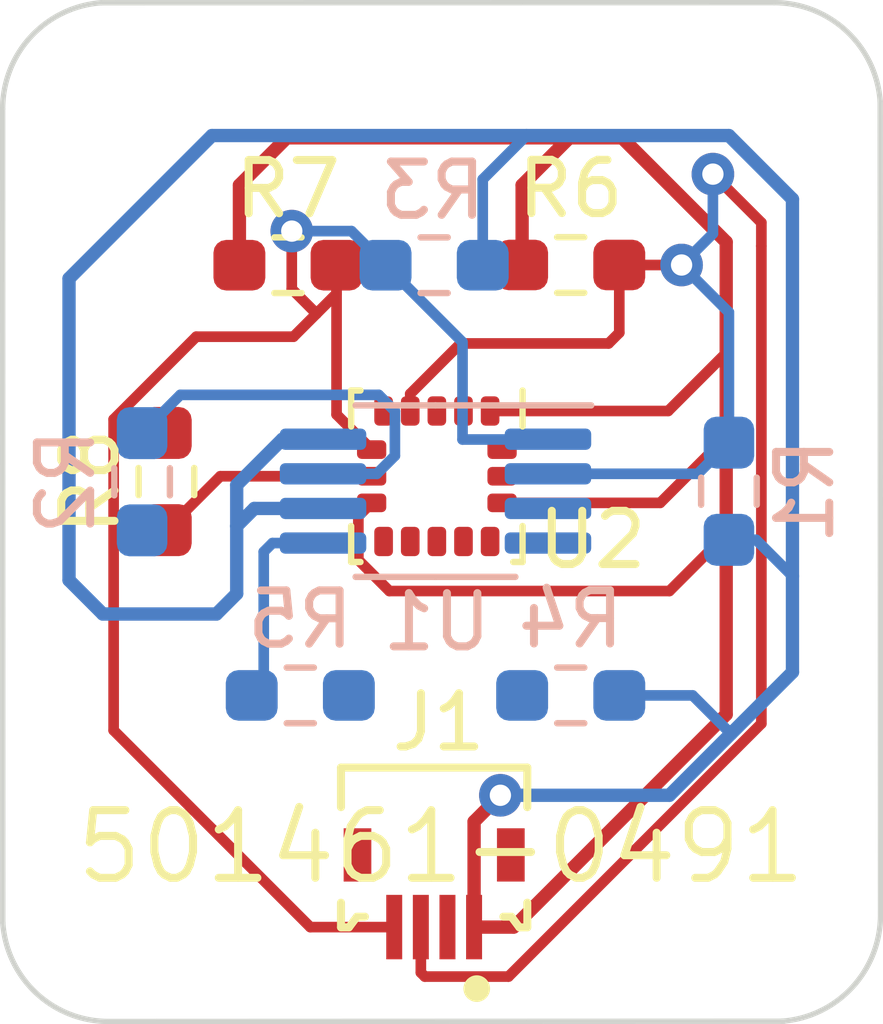
<source format=kicad_pcb>
(kicad_pcb (version 20211014) (generator pcbnew)
  (title_block (title "Woodstock Sensor Module Board") (date "2022-03-18") (rev "v03") (comment 2 "Team 23") (comment 3 "ECE Senior Design Project") (comment 4 "Author: Sam DuBois"))
  (layers (0 "F.Cu" signal) (31 "B.Cu" signal) (34 "B.Paste" user) (35 "F.Paste" user) (36 "B.SilkS" user "B.Silkscreen") (37 "F.SilkS" user "F.Silkscreen") (38 "B.Mask" user) (39 "F.Mask" user) (44 "Edge.Cuts" user))
  (net 0 "")
  (net 3 "/SDA")
  (net 4 "/SCL")
  (net 5 "GND")
  (net 6 "+3V3")
  (net 7 "Net-(R2-Pad1)")
  (net 8 "Net-(R5-Pad1)")
  (net 9 "Net-(R8-Pad1)")
  (footprint "Resistor_SMD:R_0603_1608Metric_Pad0.98x0.95mm_HandSolder" (layer "F.Cu") (at 145.97436 96.29336 90)
    (fp_text reference "R8" (at 0 -1.43 90) (layer "F.SilkS"))
    (fp_text value "10k")
    (fp_line (start -0.254724 -0.5225) (end 0.254724 -0.5225) (layer "F.SilkS") (width 0.12))
    (fp_line (start -0.254724 0.5225) (end 0.254724 0.5225) (layer "F.SilkS") (width 0.12))
    (pad "1" smd roundrect (at -0.9125 0 90) (size 0.975 0.95) (layers "F.Cu" "F.Paste" "F.Mask") (net 9 "Net-(R8-Pad1)"))
    (pad "2" smd roundrect (at 0.9125 0 90) (size 0.975 0.95) (layers "F.Cu" "F.Paste" "F.Mask") (net 5 "GND"))
  )
  (footprint "5014610491:Molex-501461-0491-Manufacturer_Recommended" (layer "F.Cu") (at 151.00356 103.98116 180)
    (fp_text reference "J1" (at -1.04084 3.16856) (layer "F.SilkS") (effects (justify right)))
    (fp_text value "501461-0491" (at -0.127 0.8279 180) (layer "F.SilkS") (effects (font (size 1.27 1.27))))
    (fp_line (start -1.45 -0.482267) (end -1.3 -0.482267) (layer "F.SilkS") (width 0.15))
    (fp_line (start -1.749999 2.317501) (end -1.749999 1.574401) (layer "F.SilkS") (width 0.15))
    (fp_line (start 1.749999 2.317504) (end 1.749999 1.574401) (layer "F.SilkS") (width 0.15))
    (fp_line (start -1.599999 -0.682216) (end -1.45 -0.482267) (layer "F.SilkS") (width 0.15))
    (fp_line (start -1.749999 -0.218999) (end -1.749999 -0.682216) (layer "F.SilkS") (width 0.15))
    (fp_line (start 1.45 -0.482267) (end 1.600002 -0.682201) (layer "F.SilkS") (width 0.15))
    (fp_line (start 1.750002 -0.218999) (end 1.750002 -0.682216) (layer "F.SilkS") (width 0.15))
    (fp_line (start -1.749999 -0.682216) (end -1.599999 -0.682216) (layer "F.SilkS") (width 0.15))
    (fp_line (start -1.749999 2.317501) (end 1.749996 2.317501) (layer "F.SilkS") (width 0.15))
    (fp_line (start 1.3 -0.482267) (end 1.45 -0.482267) (layer "F.SilkS") (width 0.15))
    (fp_line (start 1.600002 -0.682216) (end 1.750002 -0.682216) (layer "F.SilkS") (width 0.15))
    (fp_circle (center -0.800001 -1.832501) (end -0.675 -1.832501) (layer "F.SilkS") (width 0.249999) (fill none))
    (pad "1" smd rect locked (at -0.749999 -0.677502) (size 0.299999 1.21) (layers "F.Cu" "F.Paste" "F.Mask") (net 6 "+3V3"))
    (pad "2" smd rect locked (at -0.249999 -0.677502) (size 0.299999 1.21) (layers "F.Cu" "F.Paste" "F.Mask") (net 5 "GND"))
    (pad "3" smd rect locked (at 0.250002 -0.677502) (size 0.299999 1.21) (layers "F.Cu" "F.Paste" "F.Mask") (net 4 "/SCL"))
    (pad "4" smd rect locked (at 0.750001 -0.677502) (size 0.299999 1.21) (layers "F.Cu" "F.Paste" "F.Mask") (net 3 "/SDA"))
    (pad "MP1" smd rect locked (at -1.439997 0.677499) (size 0.519999 1.000001) (layers "F.Cu" "F.Paste" "F.Mask"))
    (pad "MP2" smd rect locked (at 1.439997 0.677499) (size 0.519999 1.000001) (layers "F.Cu" "F.Paste" "F.Mask"))
  )
  (footprint "Package_LGA:LGA-16_3x3mm_P0.5mm_LayoutBorder3x5y" (layer "F.Cu") (at 151.05436 96.19366 -90)
    (fp_text reference "U2" (at 1.1938 -2.921 180) (layer "F.SilkS"))
    (fp_text value "LIS3DH")
    (fp_line (start 0.935 -1.61) (end 1.61 -1.61) (layer "F.SilkS") (width 0.12))
    (fp_line (start -1.61 1.61) (end -1.61 1.435) (layer "F.SilkS") (width 0.12))
    (fp_line (start 1.61 -1.61) (end 1.61 -1.435) (layer "F.SilkS") (width 0.12))
    (fp_line (start -0.935 1.61) (end -1.61 1.61) (layer "F.SilkS") (width 0.12))
    (fp_line (start -0.935 -1.61) (end -1.61 -1.61) (layer "F.SilkS") (width 0.12))
    (fp_line (start 1.61 1.61) (end 1.61 1.435) (layer "F.SilkS") (width 0.12))
    (fp_line (start 0.935 1.61) (end 1.61 1.61) (layer "F.SilkS") (width 0.12))
    (pad "1" smd roundrect (at -1.225 -1 270) (size 0.55 0.35) (layers "F.Cu" "F.Paste" "F.Mask") (net 6 "+3V3"))
    (pad "2" smd roundrect (at -1.225 -0.5 270) (size 0.55 0.35) (layers "F.Cu" "F.Paste" "F.Mask"))
    (pad "3" smd roundrect (at -1.225 0 270) (size 0.55 0.35) (layers "F.Cu" "F.Paste" "F.Mask"))
    (pad "4" smd roundrect (at -1.225 0.5 270) (size 0.55 0.35) (layers "F.Cu" "F.Paste" "F.Mask") (net 4 "/SCL"))
    (pad "5" smd roundrect (at -1.225 1 270) (size 0.55 0.35) (layers "F.Cu" "F.Paste" "F.Mask") (net 5 "GND"))
    (pad "6" smd roundrect (at -0.5 1.225 270) (size 0.35 0.55) (layers "F.Cu" "F.Paste" "F.Mask") (net 3 "/SDA"))
    (pad "7" smd roundrect (at 0 1.225 270) (size 0.35 0.55) (layers "F.Cu" "F.Paste" "F.Mask") (net 9 "Net-(R8-Pad1)"))
    (pad "8" smd roundrect (at 0.5 1.225 270) (size 0.35 0.55) (layers "F.Cu" "F.Paste" "F.Mask") (net 6 "+3V3"))
    (pad "9" smd roundrect (at 1.225 1 270) (size 0.55 0.35) (layers "F.Cu" "F.Paste" "F.Mask"))
    (pad "10" smd roundrect (at 1.225 0.5 270) (size 0.55 0.35) (layers "F.Cu" "F.Paste" "F.Mask") (net 5 "GND"))
    (pad "11" smd roundrect (at 1.225 0 270) (size 0.55 0.35) (layers "F.Cu" "F.Paste" "F.Mask"))
    (pad "12" smd roundrect (at 1.225 -0.5 270) (size 0.55 0.35) (layers "F.Cu" "F.Paste" "F.Mask") (net 5 "GND"))
    (pad "13" smd roundrect (at 1.225 -1 270) (size 0.55 0.35) (layers "F.Cu" "F.Paste" "F.Mask"))
    (pad "14" smd roundrect (at 0.5 -1.225 270) (size 0.35 0.55) (layers "F.Cu" "F.Paste" "F.Mask") (net 6 "+3V3"))
    (pad "15" smd roundrect (at 0 -1.225 270) (size 0.35 0.55) (layers "F.Cu" "F.Paste" "F.Mask"))
    (pad "16" smd roundrect (at -0.5 -1.225 270) (size 0.35 0.55) (layers "F.Cu" "F.Paste" "F.Mask"))
  )
  (footprint "Resistor_SMD:R_0603_1608Metric_Pad0.98x0.95mm_HandSolder" (layer "F.Cu") (at 148.2579 92.23126)
    (fp_text reference "R7" (at 0 -1.43) (layer "F.SilkS"))
    (fp_text value "10k")
    (fp_line (start -0.254724 -0.5225) (end 0.254724 -0.5225) (layer "F.SilkS") (width 0.12))
    (fp_line (start -0.254724 0.5225) (end 0.254724 0.5225) (layer "F.SilkS") (width 0.12))
    (pad "1" smd roundrect (at -0.9125 0) (size 0.975 0.95) (layers "F.Cu" "F.Paste" "F.Mask") (net 6 "+3V3"))
    (pad "2" smd roundrect (at 0.9125 0) (size 0.975 0.95) (layers "F.Cu" "F.Paste" "F.Mask") (net 3 "/SDA"))
  )
  (footprint "Resistor_SMD:R_0603_1608Metric_Pad0.98x0.95mm_HandSolder" (layer "F.Cu") (at 153.5684 92.2274)
    (fp_text reference "R6" (at 0 -1.43) (layer "F.SilkS"))
    (fp_text value "10k")
    (fp_line (start -0.254724 -0.5225) (end 0.254724 -0.5225) (layer "F.SilkS") (width 0.12))
    (fp_line (start -0.254724 0.5225) (end 0.254724 0.5225) (layer "F.SilkS") (width 0.12))
    (pad "1" smd roundrect (at -0.9125 0) (size 0.975 0.95) (layers "F.Cu" "F.Paste" "F.Mask") (net 6 "+3V3"))
    (pad "2" smd roundrect (at 0.9125 0) (size 0.975 0.95) (layers "F.Cu" "F.Paste" "F.Mask") (net 4 "/SCL"))
  )
  (footprint "Package_SO:MSOP-8_3x3mm_P0.65mm" (layer "B.Cu") (at 151.02896 96.47306 180)
    (fp_text reference "U1" (at -0.02484 -2.45994) (layer "B.SilkS") (effects (justify mirror)))
    (fp_text value "MCP9808_MSOP")
    (fp_line (start 0 1.61) (end 1.5 1.61) (layer "B.SilkS") (width 0.12))
    (fp_line (start 0 -1.61) (end -1.5 -1.61) (layer "B.SilkS") (width 0.12))
    (fp_line (start 0 1.61) (end -2.925 1.61) (layer "B.SilkS") (width 0.12))
    (fp_line (start 0 -1.61) (end 1.5 -1.61) (layer "B.SilkS") (width 0.12))
    (pad "1" smd roundrect (at -2.1125 0.975 180) (size 1.625 0.4) (layers "B.Cu" "B.Paste" "B.Mask") (net 3 "/SDA"))
    (pad "2" smd roundrect (at -2.1125 0.325 180) (size 1.625 0.4) (layers "B.Cu" "B.Paste" "B.Mask") (net 4 "/SCL"))
    (pad "3" smd roundrect (at -2.1125 -0.325 180) (size 1.625 0.4) (layers "B.Cu" "B.Paste" "B.Mask"))
    (pad "4" smd roundrect (at -2.1125 -0.975 180) (size 1.625 0.4) (layers "B.Cu" "B.Paste" "B.Mask") (net 5 "GND"))
    (pad "5" smd roundrect (at 2.1125 -0.975 180) (size 1.625 0.4) (layers "B.Cu" "B.Paste" "B.Mask") (net 8 "Net-(R5-Pad1)"))
    (pad "6" smd roundrect (at 2.1125 -0.325 180) (size 1.625 0.4) (layers "B.Cu" "B.Paste" "B.Mask") (net 6 "+3V3"))
    (pad "7" smd roundrect (at 2.1125 0.325 180) (size 1.625 0.4) (layers "B.Cu" "B.Paste" "B.Mask") (net 7 "Net-(R2-Pad1)"))
    (pad "8" smd roundrect (at 2.1125 0.975 180) (size 1.625 0.4) (layers "B.Cu" "B.Paste" "B.Mask") (net 6 "+3V3"))
  )
  (footprint "Resistor_SMD:R_0603_1608Metric_Pad0.98x0.95mm_HandSolder" (layer "B.Cu") (at 151.00356 92.23126 180)
    (fp_text reference "R3" (at 0.02596 1.40086) (layer "B.SilkS") (effects (justify mirror)))
    (fp_text value "10k")
    (fp_line (start -0.254724 0.5225) (end 0.254724 0.5225) (layer "B.SilkS") (width 0.12))
    (fp_line (start -0.254724 -0.5225) (end 0.254724 -0.5225) (layer "B.SilkS") (width 0.12))
    (pad "1" smd roundrect (at -0.9125 0 180) (size 0.975 0.95) (layers "B.Cu" "B.Paste" "B.Mask") (net 6 "+3V3"))
    (pad "2" smd roundrect (at 0.9125 0 180) (size 0.975 0.95) (layers "B.Cu" "B.Paste" "B.Mask") (net 3 "/SDA"))
  )
  (footprint "Resistor_SMD:R_0603_1608Metric_Pad0.98x0.95mm_HandSolder" (layer "B.Cu") (at 148.48896 100.30846)
    (fp_text reference "R5" (at 0 -1.42626) (layer "B.SilkS") (effects (justify mirror)))
    (fp_text value "10k")
    (fp_line (start -0.254724 -0.5225) (end 0.254724 -0.5225) (layer "B.SilkS") (width 0.12))
    (fp_line (start -0.254724 0.5225) (end 0.254724 0.5225) (layer "B.SilkS") (width 0.12))
    (pad "1" smd roundrect (at -0.9125 0) (size 0.975 0.95) (layers "B.Cu" "B.Paste" "B.Mask") (net 8 "Net-(R5-Pad1)"))
    (pad "2" smd roundrect (at 0.9125 0) (size 0.975 0.95) (layers "B.Cu" "B.Paste" "B.Mask") (net 5 "GND"))
  )
  (footprint "Resistor_SMD:R_0603_1608Metric_Pad0.98x0.95mm_HandSolder" (layer "B.Cu") (at 145.51716 96.29716 -90)
    (fp_text reference "R2" (at 0 1.43 90) (layer "B.SilkS") (effects (justify mirror)))
    (fp_text value "10k")
    (fp_line (start -0.254724 0.5225) (end 0.254724 0.5225) (layer "B.SilkS") (width 0.12))
    (fp_line (start -0.254724 -0.5225) (end 0.254724 -0.5225) (layer "B.SilkS") (width 0.12))
    (pad "1" smd roundrect (at -0.9125 0 270) (size 0.975 0.95) (layers "B.Cu" "B.Paste" "B.Mask") (net 7 "Net-(R2-Pad1)"))
    (pad "2" smd roundrect (at 0.9125 0 270) (size 0.975 0.95) (layers "B.Cu" "B.Paste" "B.Mask") (net 5 "GND"))
  )
  (footprint "Resistor_SMD:R_0603_1608Metric_Pad0.98x0.95mm_HandSolder" (layer "B.Cu") (at 156.54076 96.47496 90)
    (fp_text reference "R1" (at 0 1.43 90) (layer "B.SilkS") (effects (justify mirror)))
    (fp_text value "10k")
    (fp_line (start -0.254724 -0.5225) (end 0.254724 -0.5225) (layer "B.SilkS") (width 0.12))
    (fp_line (start -0.254724 0.5225) (end 0.254724 0.5225) (layer "B.SilkS") (width 0.12))
    (pad "1" smd roundrect (at -0.9125 0 90) (size 0.975 0.95) (layers "B.Cu" "B.Paste" "B.Mask") (net 6 "+3V3"))
    (pad "2" smd roundrect (at 0.9125 0 90) (size 0.975 0.95) (layers "B.Cu" "B.Paste" "B.Mask") (net 4 "/SCL"))
  )
  (footprint "Resistor_SMD:R_0603_1608Metric_Pad0.98x0.95mm_HandSolder" (layer "B.Cu") (at 153.56896 100.30846 180)
    (fp_text reference "R4" (at 0 1.43) (layer "B.SilkS") (effects (justify mirror)))
    (fp_text value "10k")
    (fp_line (start -0.254724 0.5225) (end 0.254724 0.5225) (layer "B.SilkS") (width 0.12))
    (fp_line (start -0.254724 -0.5225) (end 0.254724 -0.5225) (layer "B.SilkS") (width 0.12))
    (pad "1" smd roundrect (at -0.9125 0 180) (size 0.975 0.95) (layers "B.Cu" "B.Paste" "B.Mask") (net 6 "+3V3"))
    (pad "2" smd roundrect (at 0.9125 0 180) (size 0.975 0.95) (layers "B.Cu" "B.Paste" "B.Mask") (net 5 "GND"))
  )
  (gr_line (start 157.389938 87.301761) (end 144.752701 87.30366) (layer "Edge.Cuts") (width 0.1))
  (gr_arc (start 144.88216 106.42986) (mid 143.525398 105.894001) (end 142.90096 104.57566) (layer "Edge.Cuts") (width 0.1))
  (gr_line (start 142.90096 104.57566) (end 142.898501 89.295422) (layer "Edge.Cuts") (width 0.1))
  (gr_line (start 144.88216 106.42986) (end 157.58216 106.426) (layer "Edge.Cuts") (width 0.1))
  (gr_arc (start 157.389938 87.301761) (mid 158.75056 87.83706) (end 159.3817 89.155961) (layer "Edge.Cuts") (width 0.1))
  (gr_line (start 159.387459 104.434238) (end 159.3817 89.155961) (layer "Edge.Cuts") (width 0.1))
  (gr_arc (start 142.898501 89.295422) (mid 143.4338 87.9348) (end 144.752701 87.30366) (layer "Edge.Cuts") (width 0.1))
  (gr_arc (start 159.387459 104.434238) (mid 158.85216 105.79486) (end 157.533259 106.426) (layer "Edge.Cuts") (width 0.1))
  (segment (start 149.1704 95.0347) (end 149.1704 92.23126) (width 0.2) (layer "F.Cu") (net 3))
  (segment (start 144.9832 95.12506) (end 146.53466 93.5736) (width 0.2) (layer "F.Cu") (net 3))
  (segment (start 148.676862 104.658662) (end 144.9832 100.965) (width 0.2) (layer "F.Cu") (net 3))
  (segment (start 144.9832 100.965) (end 144.9832 95.12506) (width 0.2) (layer "F.Cu") (net 3))
  (segment (start 148.329225 92.677825) (end 148.7932 93.1418) (width 0.2) (layer "F.Cu") (net 3))
  (segment (start 148.3614 93.5736) (end 148.7932 93.1418) (width 0.2) (layer "F.Cu") (net 3))
  (segment (start 149.82936 95.69366) (end 149.1704 95.0347) (width 0.2) (layer "F.Cu") (net 3))
  (segment (start 150.253559 104.658662) (end 148.676862 104.658662) (width 0.2) (layer "F.Cu") (net 3))
  (segment (start 146.53466 93.5736) (end 148.3614 93.5736) (width 0.2) (layer "F.Cu") (net 3))
  (segment (start 149.1704 92.7646) (end 149.1704 92.23126) (width 0.2) (layer "F.Cu") (net 3))
  (segment (start 148.329225 91.591179) (end 148.329225 92.677825) (width 0.2) (layer "F.Cu") (net 3))
  (segment (start 148.7932 93.1418) (end 149.1704 92.7646) (width 0.2) (layer "F.Cu") (net 3))
  (via (at 148.329225 91.591179) (size 0.8) (drill 0.4) (layers "F.Cu" "B.Cu") (net 3))
  (segment (start 150.09106 92.23126) (end 149.450979 91.591179) (width 0.2) (layer "B.Cu") (net 3))
  (segment (start 153.13552 95.504) (end 153.14146 95.49806) (width 0.2) (layer "B.Cu") (net 3))
  (segment (start 150.09106 92.23126) (end 151.5364 93.6766) (width 0.2) (layer "B.Cu") (net 3))
  (segment (start 149.450979 91.591179) (end 148.329225 91.591179) (width 0.2) (layer "B.Cu") (net 3))
  (segment (start 151.5364 93.6766) (end 151.5364 95.504) (width 0.2) (layer "B.Cu") (net 3))
  (segment (start 151.5364 95.504) (end 153.13552 95.504) (width 0.2) (layer "B.Cu") (net 3))
  (segment (start 151.500092 93.7006) (end 154.2796 93.7006) (width 0.2) (layer "F.Cu") (net 4))
  (segment (start 154.2796 93.7006) (end 154.4809 93.4993) (width 0.2) (layer "F.Cu") (net 4))
  (segment (start 150.753558 105.512682) (end 150.828676 105.5878) (width 0.2) (layer "F.Cu") (net 4))
  (segment (start 157.1498 91.431402) (end 156.239699 90.521301) (width 0.2) (layer "F.Cu") (net 4))
  (segment (start 150.55436 94.646332) (end 151.500092 93.7006) (width 0.2) (layer "F.Cu") (net 4))
  (segment (start 152.4 105.5878) (end 157.1498 100.838) (width 0.2) (layer "F.Cu") (net 4))
  (segment (start 150.828676 105.5878) (end 152.4 105.5878) (width 0.2) (layer "F.Cu") (net 4))
  (segment (start 155.6512 92.2274) (end 154.4809 92.2274) (width 0.2) (layer "F.Cu") (net 4))
  (segment (start 150.753558 104.658662) (end 150.753558 105.512682) (width 0.2) (layer "F.Cu") (net 4))
  (segment (start 157.1498 91.8718) (end 157.1498 91.431402) (width 0.2) (layer "F.Cu") (net 4))
  (segment (start 154.4809 93.4993) (end 154.4809 92.2274) (width 0.2) (layer "F.Cu") (net 4))
  (segment (start 157.1498 100.838) (end 157.1498 91.8718) (width 0.2) (layer "F.Cu") (net 4))
  (segment (start 150.55436 94.96866) (end 150.55436 94.646332) (width 0.2) (layer "F.Cu") (net 4))
  (via (at 156.239699 90.521301) (size 0.8) (drill 0.4) (layers "F.Cu" "B.Cu") (net 4))
  (via (at 155.6512 92.2274) (size 0.8) (drill 0.4) (layers "F.Cu" "B.Cu") (net 4))
  (segment (start 155.95516 96.14806) (end 153.14146 96.14806) (width 0.2) (layer "B.Cu") (net 4))
  (segment (start 156.239699 91.638901) (end 155.6512 92.2274) (width 0.2) (layer "B.Cu") (net 4))
  (segment (start 156.54076 95.56246) (end 155.95516 96.14806) (width 0.2) (layer "B.Cu") (net 4))
  (segment (start 156.239699 90.521301) (end 156.239699 91.638901) (width 0.2) (layer "B.Cu") (net 4))
  (segment (start 156.54076 93.11696) (end 155.6512 92.2274) (width 0.2) (layer "B.Cu") (net 4))
  (segment (start 156.54076 95.56246) (end 156.54076 93.11696) (width 0.2) (layer "B.Cu") (net 4))
  (segment (start 156.4894 95.4532) (end 156.4894 93.8784) (width 0.25) (layer "F.Cu") (net 6))
  (segment (start 149.57984 97.766468) (end 150.162172 98.3488) (width 0.2) (layer "F.Cu") (net 6))
  (segment (start 152.27936 96.69366) (end 155.24894 96.69366) (width 0.2) (layer "F.Cu") (net 6))
  (segment (start 152.497577 104.658662) (end 156.4894 100.666839) (width 0.25) (layer "F.Cu") (net 6))
  (segment (start 147.3454 90.7288) (end 147.3454 92.23126) (width 0.25) (layer "F.Cu") (net 6))
  (segment (start 151.753559 102.678241) (end 152.2476 102.1842) (width 0.25) (layer "F.Cu") (net 6))
  (segment (start 152.05436 94.96866) (end 155.39914 94.96866) (width 0.2) (layer "F.Cu") (net 6))
  (segment (start 153.543 89.8398) (end 148.2344 89.8398) (width 0.25) (layer "F.Cu") (net 6))
  (segment (start 149.82936 96.69366) (end 149.57984 96.94318) (width 0.2) (layer "F.Cu") (net 6))
  (segment (start 156.4894 91.7956) (end 154.5336 89.8398) (width 0.25) (layer "F.Cu") (net 6))
  (segment (start 150.162172 98.3488) (end 155.4226 98.3488) (width 0.2) (layer "F.Cu") (net 6))
  (segment (start 155.24894 96.69366) (end 156.4894 95.4532) (width 0.2) (layer "F.Cu") (net 6))
  (segment (start 154.5336 89.8398) (end 153.543 89.8398) (width 0.25) (layer "F.Cu") (net 6))
  (segment (start 156.4894 93.8784) (end 156.4894 91.7956) (width 0.25) (layer "F.Cu") (net 6))
  (segment (start 155.39914 94.96866) (end 156.4894 93.8784) (width 0.2) (layer "F.Cu") (net 6))
  (segment (start 151.753559 104.658662) (end 151.753559 102.678241) (width 0.25) (layer "F.Cu") (net 6))
  (segment (start 151.753559 104.658662) (end 152.497577 104.658662) (width 0.25) (layer "F.Cu") (net 6))
  (segment (start 156.4894 97.282) (end 156.4894 95.4532) (width 0.25) (layer "F.Cu") (net 6))
  (segment (start 152.6559 90.7269) (end 152.6559 92.2274) (width 0.25) (layer "F.Cu") (net 6))
  (segment (start 153.543 89.8398) (end 152.6559 90.7269) (width 0.25) (layer "F.Cu") (net 6))
  (segment (start 155.4226 98.3488) (end 156.4894 97.282) (width 0.2) (layer "F.Cu") (net 6))
  (segment (start 148.2344 89.8398) (end 147.3454 90.7288) (width 0.25) (layer "F.Cu") (net 6))
  (segment (start 149.57984 96.94318) (end 149.57984 97.766468) (width 0.2) (layer "F.Cu") (net 6))
  (segment (start 156.4894 100.666839) (end 156.4894 97.282) (width 0.25) (layer "F.Cu") (net 6))
  (via (at 152.2476 102.1842) (size 0.8) (drill 0.4) (layers "F.Cu" "B.Cu") (net 6))
  (segment (start 157.734 99.8728) (end 157.734 98.0694) (width 0.25) (layer "B.Cu") (net 6))
  (segment (start 156.539802 89.79679) (end 152.73799 89.79679) (width 0.25) (layer "B.Cu") (net 6))
  (segment (start 157.05206 97.38746) (end 157.734 98.0694) (width 0.2) (layer "B.Cu") (net 6))
  (segment (start 147.2946 96.357059) (end 148.153599 95.49806) (width 0.25) (layer "B.Cu") (net 6))
  (segment (start 151.91606 90.61872) (end 152.73799 89.79679) (width 0.2) (layer "B.Cu") (net 6))
  (segment (start 144.78 98.7806) (end 146.9136 98.7806) (width 0.25) (layer "B.Cu") (net 6))
  (segment (start 157.734 98.0694) (end 157.734 90.990988) (width 0.25) (layer "B.Cu") (net 6))
  (segment (start 147.2946 98.3996) (end 147.2946 97.1296) (width 0.25) (layer "B.Cu") (net 6))
  (segment (start 147.2946 97.1296) (end 147.2946 96.357059) (width 0.25) (layer "B.Cu") (net 6))
  (segment (start 144.145 92.4814) (end 144.145 98.1456) (width 0.25) (layer "B.Cu") (net 6))
  (segment (start 156.5783 101.0285) (end 157.734 99.8728) (width 0.25) (layer "B.Cu") (net 6))
  (segment (start 148.153599 95.49806) (end 148.91646 95.49806) (width 0.25) (layer "B.Cu") (net 6))
  (segment (start 144.145 98.1456) (end 144.78 98.7806) (width 0.25) (layer "B.Cu") (net 6))
  (segment (start 152.2476 102.1842) (end 155.4226 102.1842) (width 0.25) (layer "B.Cu") (net 6))
  (segment (start 155.4226 102.1842) (end 156.5783 101.0285) (width 0.25) (layer "B.Cu") (net 6))
  (segment (start 156.54076 97.38746) (end 157.05206 97.38746) (width 0.2) (layer "B.Cu") (net 6))
  (segment (start 147.62614 96.79806) (end 148.91646 96.79806) (width 0.25) (layer "B.Cu") (net 6))
  (segment (start 146.82961 89.79679) (end 144.145 92.4814) (width 0.25) (layer "B.Cu") (net 6))
  (segment (start 154.48146 100.30846) (end 155.85826 100.30846) (width 0.2) (layer "B.Cu") (net 6))
  (segment (start 146.9136 98.7806) (end 147.2946 98.3996) (width 0.25) (layer "B.Cu") (net 6))
  (segment (start 155.85826 100.30846) (end 156.5783 101.0285) (width 0.2) (layer "B.Cu") (net 6))
  (segment (start 147.2946 97.1296) (end 147.62614 96.79806) (width 0.25) (layer "B.Cu") (net 6))
  (segment (start 151.91606 92.23126) (end 151.91606 90.61872) (width 0.2) (layer "B.Cu") (net 6))
  (segment (start 152.73799 89.79679) (end 146.82961 89.79679) (width 0.25) (layer "B.Cu") (net 6))
  (segment (start 157.734 90.990988) (end 156.539802 89.79679) (width 0.25) (layer "B.Cu") (net 6))
  (segment (start 149.92714 96.14806) (end 148.91646 96.14806) (width 0.2) (layer "B.Cu") (net 7))
  (segment (start 149.9616 94.6658) (end 150.2664 94.9706) (width 0.2) (layer "B.Cu") (net 7))
  (segment (start 145.51716 95.38466) (end 146.23602 94.6658) (width 0.2) (layer "B.Cu") (net 7))
  (segment (start 150.2664 95.8088) (end 149.92714 96.14806) (width 0.2) (layer "B.Cu") (net 7))
  (segment (start 146.23602 94.6658) (end 149.9616 94.6658) (width 0.2) (layer "B.Cu") (net 7))
  (segment (start 150.2664 94.9706) (end 150.2664 95.8088) (width 0.2) (layer "B.Cu") (net 7))
  (segment (start 147.8026 97.6122) (end 147.8026 100.08232) (width 0.2) (layer "B.Cu") (net 8))
  (segment (start 148.91646 97.44806) (end 147.96674 97.44806) (width 0.2) (layer "B.Cu") (net 8))
  (segment (start 147.96674 97.44806) (end 147.8026 97.6122) (width 0.2) (layer "B.Cu") (net 8))
  (segment (start 147.8026 100.08232) (end 147.57646 100.30846) (width 0.2) (layer "B.Cu") (net 8))
  (segment (start 145.97436 97.20586) (end 146.98656 96.19366) (width 0.2) (layer "F.Cu") (net 9))
  (segment (start 146.98656 96.19366) (end 149.82936 96.19366) (width 0.2) (layer "F.Cu") (net 9))
)
</source>
